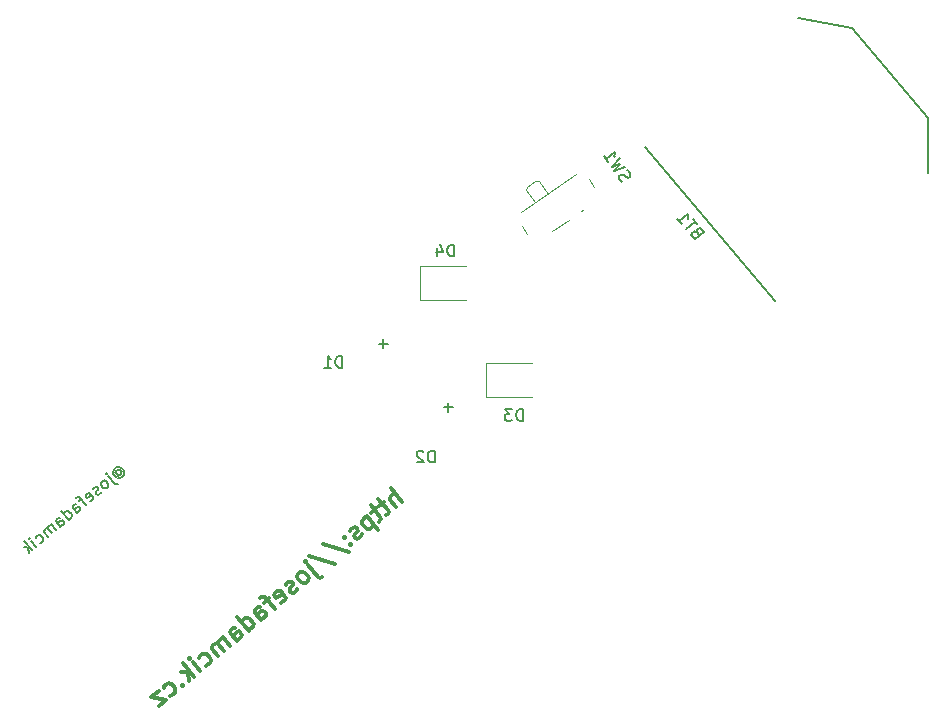
<source format=gbr>
G04 #@! TF.GenerationSoftware,KiCad,Pcbnew,5.1.2-f72e74a~84~ubuntu19.04.1*
G04 #@! TF.CreationDate,2019-06-13T20:20:37+02:00*
G04 #@! TF.ProjectId,sepiapcb2,73657069-6170-4636-9232-2e6b69636164,rev?*
G04 #@! TF.SameCoordinates,Original*
G04 #@! TF.FileFunction,Legend,Bot*
G04 #@! TF.FilePolarity,Positive*
%FSLAX46Y46*%
G04 Gerber Fmt 4.6, Leading zero omitted, Abs format (unit mm)*
G04 Created by KiCad (PCBNEW 5.1.2-f72e74a~84~ubuntu19.04.1) date 2019-06-13 20:20:37*
%MOMM*%
%LPD*%
G04 APERTURE LIST*
%ADD10C,0.150000*%
%ADD11C,0.300000*%
%ADD12C,0.120000*%
G04 APERTURE END LIST*
D10*
X47164208Y-71287180D02*
X47170078Y-71220093D01*
X47212425Y-71122397D01*
X47285382Y-71061179D01*
X47388947Y-71036440D01*
X47456035Y-71042309D01*
X47553731Y-71084657D01*
X47614949Y-71157613D01*
X47639688Y-71261179D01*
X47633819Y-71328266D01*
X47591471Y-71425962D01*
X47518515Y-71487180D01*
X47414949Y-71511920D01*
X47347862Y-71506050D01*
X47102990Y-71214224D02*
X47347862Y-71506050D01*
X47341992Y-71573137D01*
X47305514Y-71603746D01*
X47201949Y-71628486D01*
X47104252Y-71586138D01*
X46951208Y-71403747D01*
X46932338Y-71233094D01*
X46980555Y-71068311D01*
X47095859Y-70909396D01*
X47272381Y-70823439D01*
X47443034Y-70804569D01*
X47607817Y-70852786D01*
X47766731Y-70968090D01*
X47852689Y-71144612D01*
X47871559Y-71315265D01*
X47823342Y-71480049D01*
X47708038Y-71638963D01*
X47531515Y-71724920D01*
X47360863Y-71743790D01*
X46531076Y-71569792D02*
X47082037Y-72226402D01*
X47179733Y-72268749D01*
X47283299Y-72244010D01*
X47319777Y-72213401D01*
X46316814Y-71314444D02*
X46383901Y-71320313D01*
X46378032Y-71387401D01*
X46310944Y-71381531D01*
X46316814Y-71314444D01*
X46378032Y-71387401D01*
X46485383Y-72478405D02*
X46527731Y-72380708D01*
X46533600Y-72313621D01*
X46508861Y-72210056D01*
X46325207Y-71991186D01*
X46227511Y-71948838D01*
X46160424Y-71942969D01*
X46056858Y-71967708D01*
X45947423Y-72059535D01*
X45905076Y-72157231D01*
X45899206Y-72224319D01*
X45923946Y-72327884D01*
X46107599Y-72546754D01*
X46205296Y-72589102D01*
X46272383Y-72594971D01*
X46375948Y-72570231D01*
X46485383Y-72478405D01*
X45907600Y-72901060D02*
X45865252Y-72998757D01*
X45719339Y-73121192D01*
X45615773Y-73145932D01*
X45518077Y-73103584D01*
X45487468Y-73067106D01*
X45462729Y-72963540D01*
X45505076Y-72865844D01*
X45614511Y-72774017D01*
X45656859Y-72676321D01*
X45632119Y-72572756D01*
X45601510Y-72536277D01*
X45503814Y-72493930D01*
X45400249Y-72518669D01*
X45290814Y-72610496D01*
X45248466Y-72708192D01*
X44959164Y-73696893D02*
X45062729Y-73672153D01*
X45208643Y-73549717D01*
X45250990Y-73452021D01*
X45226251Y-73348456D01*
X44981379Y-73056629D01*
X44883683Y-73014281D01*
X44780117Y-73039021D01*
X44634204Y-73161457D01*
X44591857Y-73259153D01*
X44616596Y-73362718D01*
X44677814Y-73435675D01*
X45103815Y-73202542D01*
X44305900Y-73436937D02*
X44014073Y-73681809D01*
X44624990Y-74039460D02*
X44074029Y-73382851D01*
X43976333Y-73340503D01*
X43872767Y-73365243D01*
X43799811Y-73426460D01*
X43858945Y-74682248D02*
X43522247Y-74280987D01*
X43497507Y-74177421D01*
X43539855Y-74079725D01*
X43685768Y-73957289D01*
X43789334Y-73932549D01*
X43828336Y-74645770D02*
X43931902Y-74621030D01*
X44114293Y-74467985D01*
X44156641Y-74370289D01*
X44131901Y-74266724D01*
X44070684Y-74193767D01*
X43972987Y-74151419D01*
X43869422Y-74176159D01*
X43687030Y-74329204D01*
X43583465Y-74353943D01*
X43165857Y-75263818D02*
X42523070Y-74497773D01*
X43135248Y-75227339D02*
X43238814Y-75202600D01*
X43384727Y-75080164D01*
X43427075Y-74982468D01*
X43432944Y-74915381D01*
X43408205Y-74811815D01*
X43224551Y-74592945D01*
X43126855Y-74550598D01*
X43059768Y-74544728D01*
X42956202Y-74569468D01*
X42810289Y-74691903D01*
X42767941Y-74789600D01*
X42472770Y-75845387D02*
X42136071Y-75444126D01*
X42111332Y-75340560D01*
X42153679Y-75242864D01*
X42299593Y-75120429D01*
X42403158Y-75095689D01*
X42442161Y-75808909D02*
X42545726Y-75784169D01*
X42728118Y-75631125D01*
X42770465Y-75533429D01*
X42745726Y-75429863D01*
X42684508Y-75356906D01*
X42586812Y-75314559D01*
X42483246Y-75339298D01*
X42300855Y-75492343D01*
X42197289Y-75517083D01*
X42107986Y-76151477D02*
X41679461Y-75640780D01*
X41740679Y-75713737D02*
X41673592Y-75707868D01*
X41570026Y-75732607D01*
X41460592Y-75824434D01*
X41418244Y-75922130D01*
X41442983Y-76025696D01*
X41779682Y-76426957D01*
X41442983Y-76025696D02*
X41345287Y-75983348D01*
X41241722Y-76008088D01*
X41132287Y-76099914D01*
X41089939Y-76197611D01*
X41114679Y-76301176D01*
X41451377Y-76702438D01*
X40727680Y-77247529D02*
X40831246Y-77222789D01*
X40977159Y-77100354D01*
X41019507Y-77002657D01*
X41025376Y-76935570D01*
X41000636Y-76832005D01*
X40816983Y-76613135D01*
X40719287Y-76570787D01*
X40652199Y-76564918D01*
X40548634Y-76589657D01*
X40402721Y-76712093D01*
X40360373Y-76809789D01*
X40429984Y-77559488D02*
X40001459Y-77048791D01*
X39787197Y-76793443D02*
X39854284Y-76799313D01*
X39848415Y-76866400D01*
X39781327Y-76860530D01*
X39787197Y-76793443D01*
X39848415Y-76866400D01*
X40065201Y-77865577D02*
X39422414Y-77099533D01*
X39747373Y-77634968D02*
X39773375Y-78110448D01*
X39344850Y-77599752D02*
X39881548Y-77646707D01*
X74144095Y-70416680D02*
X74144095Y-69416680D01*
X73906000Y-69416680D01*
X73763142Y-69464300D01*
X73667904Y-69559538D01*
X73620285Y-69654776D01*
X73572666Y-69845252D01*
X73572666Y-69988109D01*
X73620285Y-70178585D01*
X73667904Y-70273823D01*
X73763142Y-70369061D01*
X73906000Y-70416680D01*
X74144095Y-70416680D01*
X73191714Y-69511919D02*
X73144095Y-69464300D01*
X73048857Y-69416680D01*
X72810761Y-69416680D01*
X72715523Y-69464300D01*
X72667904Y-69511919D01*
X72620285Y-69607157D01*
X72620285Y-69702395D01*
X72667904Y-69845252D01*
X73239333Y-70416680D01*
X72620285Y-70416680D01*
X66320895Y-62390280D02*
X66320895Y-61390280D01*
X66082800Y-61390280D01*
X65939942Y-61437900D01*
X65844704Y-61533138D01*
X65797085Y-61628376D01*
X65749466Y-61818852D01*
X65749466Y-61961709D01*
X65797085Y-62152185D01*
X65844704Y-62247423D01*
X65939942Y-62342661D01*
X66082800Y-62390280D01*
X66320895Y-62390280D01*
X64797085Y-62390280D02*
X65368514Y-62390280D01*
X65082800Y-62390280D02*
X65082800Y-61390280D01*
X65178038Y-61533138D01*
X65273276Y-61628376D01*
X65368514Y-61675995D01*
X75679252Y-65743128D02*
X74917347Y-65743128D01*
X75298300Y-66124080D02*
X75298300Y-65362176D01*
X70192852Y-60371028D02*
X69430947Y-60371028D01*
X69811900Y-60751980D02*
X69811900Y-59990076D01*
D11*
X71387042Y-73772809D02*
X70422860Y-72623743D01*
X70894585Y-74186030D02*
X70389537Y-73584138D01*
X70352428Y-73428790D01*
X70415949Y-73282245D01*
X70580102Y-73144505D01*
X70735450Y-73107396D01*
X70836081Y-73116200D01*
X69868775Y-73741379D02*
X69431035Y-74108687D01*
X69383229Y-73496097D02*
X70209670Y-74481012D01*
X70246779Y-74636360D01*
X70183258Y-74782904D01*
X70073823Y-74874731D01*
X69212165Y-74292340D02*
X68774426Y-74659647D01*
X68726619Y-74047058D02*
X69553060Y-75031972D01*
X69590170Y-75187321D01*
X69526648Y-75333865D01*
X69417213Y-75425692D01*
X68391403Y-74981041D02*
X69355585Y-76130108D01*
X68437317Y-75035759D02*
X68281969Y-75072868D01*
X68063099Y-75256522D01*
X67999577Y-75403066D01*
X67990773Y-75503697D01*
X68027882Y-75659045D01*
X68303363Y-75987350D01*
X68449907Y-76050871D01*
X68550538Y-76059675D01*
X68705886Y-76022566D01*
X68924756Y-75838912D01*
X68988278Y-75692368D01*
X68003363Y-76518809D02*
X67939842Y-76665354D01*
X67720972Y-76849007D01*
X67565624Y-76886117D01*
X67419079Y-76822595D01*
X67373166Y-76767878D01*
X67336057Y-76612529D01*
X67399578Y-76465985D01*
X67563731Y-76328245D01*
X67627252Y-76181701D01*
X67590143Y-76026352D01*
X67544229Y-75971635D01*
X67397685Y-75908113D01*
X67242337Y-75945223D01*
X67078184Y-76082963D01*
X67014663Y-76229507D01*
X66972536Y-77290533D02*
X66963732Y-77391164D01*
X67064363Y-77399968D01*
X67073167Y-77299337D01*
X66972536Y-77290533D01*
X67064363Y-77399968D01*
X66467488Y-76688641D02*
X66458684Y-76789272D01*
X66559315Y-76798076D01*
X66568119Y-76697445D01*
X66467488Y-76688641D01*
X66559315Y-76798076D01*
X64686331Y-77344019D02*
X66910907Y-77994949D01*
X63482547Y-78354114D02*
X65707123Y-79005044D01*
X63466832Y-79113247D02*
X64293273Y-80098162D01*
X64439818Y-80161683D01*
X64595166Y-80124574D01*
X64649883Y-80078660D01*
X63145438Y-78730225D02*
X63246069Y-78739029D01*
X63237265Y-78839660D01*
X63136634Y-78830856D01*
X63145438Y-78730225D01*
X63237265Y-78839660D01*
X63398293Y-80476166D02*
X63461814Y-80329622D01*
X63470618Y-80228991D01*
X63433509Y-80073643D01*
X63158029Y-79745338D01*
X63011484Y-79681816D01*
X62910853Y-79673012D01*
X62755505Y-79710122D01*
X62591353Y-79847862D01*
X62527831Y-79994406D01*
X62519027Y-80095037D01*
X62556136Y-80250385D01*
X62831617Y-80578690D01*
X62978161Y-80642211D01*
X63078792Y-80651015D01*
X63234140Y-80613906D01*
X63398293Y-80476166D01*
X62531617Y-81110149D02*
X62468096Y-81256694D01*
X62249226Y-81440347D01*
X62093878Y-81477457D01*
X61947333Y-81413935D01*
X61901420Y-81359218D01*
X61864311Y-81203869D01*
X61927832Y-81057325D01*
X62091985Y-80919585D01*
X62155506Y-80773041D01*
X62118397Y-80617692D01*
X62072483Y-80562975D01*
X61925939Y-80499453D01*
X61770591Y-80536563D01*
X61606438Y-80674303D01*
X61542917Y-80820847D01*
X61108963Y-82303898D02*
X61264312Y-82266789D01*
X61483182Y-82083135D01*
X61546703Y-81936591D01*
X61509594Y-81781242D01*
X61142287Y-81343503D01*
X60995742Y-81279981D01*
X60840394Y-81317091D01*
X60621524Y-81500744D01*
X60558003Y-81647288D01*
X60595112Y-81802637D01*
X60686939Y-81912072D01*
X61325940Y-81562373D01*
X60129067Y-81913965D02*
X59691327Y-82281272D01*
X60607702Y-82817749D02*
X59781261Y-81832835D01*
X59634717Y-81769314D01*
X59479368Y-81806423D01*
X59369933Y-81898250D01*
X59458636Y-83781931D02*
X58953588Y-83180039D01*
X58916479Y-83024690D01*
X58980000Y-82878146D01*
X59198870Y-82694493D01*
X59354218Y-82657383D01*
X59412722Y-83727213D02*
X59568070Y-83690104D01*
X59841658Y-83460537D01*
X59905179Y-83313993D01*
X59868070Y-83158644D01*
X59776243Y-83049209D01*
X59629699Y-82985688D01*
X59474351Y-83022797D01*
X59200763Y-83252364D01*
X59045415Y-83289474D01*
X58419004Y-84654285D02*
X57454822Y-83505219D01*
X58373090Y-84599568D02*
X58528439Y-84562459D01*
X58747309Y-84378805D01*
X58810830Y-84232261D01*
X58819634Y-84131630D01*
X58782525Y-83976282D01*
X58507044Y-83647977D01*
X58360500Y-83584455D01*
X58259869Y-83575651D01*
X58104521Y-83612761D01*
X57885651Y-83796414D01*
X57822130Y-83942958D01*
X57379372Y-85526640D02*
X56874325Y-84924748D01*
X56837215Y-84769400D01*
X56900737Y-84622855D01*
X57119607Y-84439202D01*
X57274955Y-84402092D01*
X57333459Y-85471923D02*
X57488807Y-85434813D01*
X57762394Y-85205246D01*
X57825916Y-85058702D01*
X57788806Y-84903354D01*
X57696980Y-84793919D01*
X57550435Y-84730397D01*
X57395087Y-84767507D01*
X57121500Y-84997074D01*
X56966151Y-85034183D01*
X56832197Y-85985774D02*
X56189410Y-85219730D01*
X56281237Y-85329165D02*
X56180606Y-85320360D01*
X56025257Y-85357470D01*
X55861105Y-85495210D01*
X55797584Y-85641754D01*
X55834693Y-85797103D01*
X56339740Y-86398995D01*
X55834693Y-85797103D02*
X55688149Y-85733581D01*
X55532800Y-85770690D01*
X55368648Y-85908431D01*
X55305126Y-86054975D01*
X55342236Y-86210323D01*
X55847283Y-86812215D01*
X54761738Y-87629852D02*
X54917086Y-87592743D01*
X55135956Y-87409089D01*
X55199478Y-87262545D01*
X55208282Y-87161914D01*
X55171172Y-87006566D01*
X54895692Y-86678261D01*
X54749148Y-86614740D01*
X54648517Y-86605936D01*
X54493169Y-86643045D01*
X54274299Y-86826699D01*
X54210777Y-86973243D01*
X54315194Y-88097790D02*
X53672407Y-87331746D01*
X53351013Y-86948724D02*
X53451644Y-86957528D01*
X53442840Y-87058159D01*
X53342209Y-87049355D01*
X53351013Y-86948724D01*
X53442840Y-87058159D01*
X53768020Y-88556924D02*
X52803838Y-87407858D01*
X53291278Y-88211012D02*
X53330280Y-88924232D01*
X52687492Y-88158187D02*
X53492539Y-88228620D01*
X52745996Y-89228017D02*
X52737192Y-89328648D01*
X52837823Y-89337452D01*
X52846627Y-89236821D01*
X52745996Y-89228017D01*
X52837823Y-89337452D01*
X51752278Y-90155089D02*
X51907626Y-90117980D01*
X52126496Y-89934326D01*
X52190017Y-89787782D01*
X52198821Y-89687151D01*
X52161712Y-89531803D01*
X51886232Y-89203498D01*
X51739687Y-89139977D01*
X51639057Y-89131173D01*
X51483708Y-89168282D01*
X51264838Y-89351936D01*
X51201317Y-89498480D01*
X50772381Y-89765156D02*
X50170489Y-90270204D01*
X51415169Y-90531201D01*
X50813277Y-91036248D01*
D12*
X72899000Y-53759600D02*
X76784000Y-53759600D01*
X72899000Y-56679600D02*
X72899000Y-53759600D01*
X76784000Y-56679600D02*
X72899000Y-56679600D01*
X78512400Y-61989200D02*
X82397400Y-61989200D01*
X78512400Y-64909200D02*
X78512400Y-61989200D01*
X82397400Y-64909200D02*
X78512400Y-64909200D01*
X87198300Y-46453372D02*
X87651425Y-47100502D01*
X81999276Y-51058179D02*
X81546150Y-50411049D01*
X84116962Y-50857173D02*
X85509521Y-49882093D01*
X81458329Y-49239560D02*
X86127496Y-45970174D01*
X82971084Y-46605518D02*
X83710998Y-47662225D01*
X81949566Y-47064431D02*
X82686802Y-46548212D01*
X82646100Y-48407874D02*
X81906186Y-47351168D01*
X82971084Y-46605518D02*
X82686802Y-46548212D01*
X81906186Y-47351168D02*
X81949566Y-47064431D01*
X86574418Y-49136443D02*
X86738249Y-49021728D01*
D10*
X115931600Y-41258905D02*
X109503724Y-33598460D01*
X115931600Y-41258905D02*
X115915363Y-45906725D01*
X109503724Y-33598460D02*
X104923694Y-32807365D01*
X102969211Y-56769836D02*
X91977543Y-43670476D01*
X75807795Y-52966880D02*
X75807795Y-51966880D01*
X75569700Y-51966880D01*
X75426842Y-52014500D01*
X75331604Y-52109738D01*
X75283985Y-52204976D01*
X75236366Y-52395452D01*
X75236366Y-52538309D01*
X75283985Y-52728785D01*
X75331604Y-52824023D01*
X75426842Y-52919261D01*
X75569700Y-52966880D01*
X75807795Y-52966880D01*
X74379223Y-52300214D02*
X74379223Y-52966880D01*
X74617319Y-51919261D02*
X74855414Y-52633547D01*
X74236366Y-52633547D01*
X81611695Y-66898780D02*
X81611695Y-65898780D01*
X81373600Y-65898780D01*
X81230742Y-65946400D01*
X81135504Y-66041638D01*
X81087885Y-66136876D01*
X81040266Y-66327352D01*
X81040266Y-66470209D01*
X81087885Y-66660685D01*
X81135504Y-66755923D01*
X81230742Y-66851161D01*
X81373600Y-66898780D01*
X81611695Y-66898780D01*
X80706933Y-65898780D02*
X80087885Y-65898780D01*
X80421219Y-66279733D01*
X80278361Y-66279733D01*
X80183123Y-66327352D01*
X80135504Y-66374971D01*
X80087885Y-66470209D01*
X80087885Y-66708304D01*
X80135504Y-66803542D01*
X80183123Y-66851161D01*
X80278361Y-66898780D01*
X80564076Y-66898780D01*
X80659314Y-66851161D01*
X80706933Y-66803542D01*
X90044407Y-46663364D02*
X89923460Y-46573656D01*
X89786894Y-46378619D01*
X89771275Y-46273292D01*
X89782969Y-46206971D01*
X89833670Y-46113338D01*
X89911685Y-46058711D01*
X90017012Y-46043092D01*
X90083333Y-46054786D01*
X90176966Y-46105488D01*
X90325226Y-46234204D01*
X90418860Y-46284905D01*
X90485180Y-46296599D01*
X90590508Y-46280980D01*
X90668522Y-46226353D01*
X90719224Y-46132720D01*
X90730918Y-46066400D01*
X90715299Y-45961072D01*
X90578733Y-45766036D01*
X90457786Y-45676327D01*
X90305601Y-45375963D02*
X89349883Y-45754504D01*
X89825739Y-45188777D01*
X89131378Y-45442446D01*
X89813964Y-44673833D01*
X88475862Y-44506272D02*
X88803620Y-44974359D01*
X88639741Y-44740315D02*
X89458893Y-44166739D01*
X89396498Y-44326693D01*
X89373110Y-44459334D01*
X89388729Y-44564661D01*
X96350031Y-50948294D02*
X96221726Y-50869468D01*
X96154639Y-50863599D01*
X96051073Y-50888338D01*
X95941639Y-50980165D01*
X95899291Y-51077861D01*
X95893421Y-51144949D01*
X95918161Y-51248514D01*
X96163033Y-51540341D01*
X96929077Y-50897553D01*
X96714814Y-50642205D01*
X96617118Y-50599857D01*
X96550031Y-50593988D01*
X96446465Y-50618727D01*
X96373509Y-50679945D01*
X96331161Y-50777641D01*
X96325292Y-50844729D01*
X96350031Y-50948294D01*
X96564294Y-51203642D01*
X96378116Y-50240943D02*
X96010809Y-49803204D01*
X95428418Y-50664861D02*
X96194463Y-50022074D01*
X94693804Y-49789382D02*
X95061111Y-50227122D01*
X94877457Y-50008252D02*
X95643502Y-49365464D01*
X95595285Y-49530248D01*
X95583546Y-49664422D01*
X95608286Y-49767988D01*
M02*

</source>
